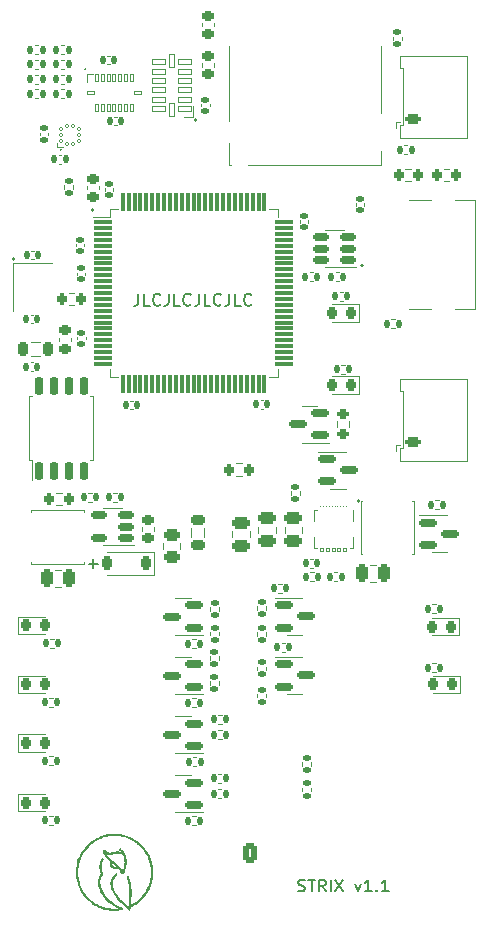
<source format=gbr>
%TF.GenerationSoftware,KiCad,Pcbnew,7.0.2-0*%
%TF.CreationDate,2023-10-14T20:17:31-05:00*%
%TF.ProjectId,Flight Computer,466c6967-6874-4204-936f-6d7075746572,1.1*%
%TF.SameCoordinates,Original*%
%TF.FileFunction,Legend,Top*%
%TF.FilePolarity,Positive*%
%FSLAX46Y46*%
G04 Gerber Fmt 4.6, Leading zero omitted, Abs format (unit mm)*
G04 Created by KiCad (PCBNEW 7.0.2-0) date 2023-10-14 20:17:31*
%MOMM*%
%LPD*%
G01*
G04 APERTURE LIST*
G04 Aperture macros list*
%AMRoundRect*
0 Rectangle with rounded corners*
0 $1 Rounding radius*
0 $2 $3 $4 $5 $6 $7 $8 $9 X,Y pos of 4 corners*
0 Add a 4 corners polygon primitive as box body*
4,1,4,$2,$3,$4,$5,$6,$7,$8,$9,$2,$3,0*
0 Add four circle primitives for the rounded corners*
1,1,$1+$1,$2,$3*
1,1,$1+$1,$4,$5*
1,1,$1+$1,$6,$7*
1,1,$1+$1,$8,$9*
0 Add four rect primitives between the rounded corners*
20,1,$1+$1,$2,$3,$4,$5,0*
20,1,$1+$1,$4,$5,$6,$7,0*
20,1,$1+$1,$6,$7,$8,$9,0*
20,1,$1+$1,$8,$9,$2,$3,0*%
G04 Aperture macros list end*
%ADD10C,0.150000*%
%ADD11C,0.153000*%
%ADD12C,0.200000*%
%ADD13C,0.120000*%
%ADD14C,0.100000*%
%ADD15RoundRect,0.150000X-0.587500X-0.150000X0.587500X-0.150000X0.587500X0.150000X-0.587500X0.150000X0*%
%ADD16RoundRect,0.135000X-0.185000X0.135000X-0.185000X-0.135000X0.185000X-0.135000X0.185000X0.135000X0*%
%ADD17RoundRect,0.218750X-0.218750X-0.256250X0.218750X-0.256250X0.218750X0.256250X-0.218750X0.256250X0*%
%ADD18RoundRect,0.150000X0.587500X0.150000X-0.587500X0.150000X-0.587500X-0.150000X0.587500X-0.150000X0*%
%ADD19RoundRect,0.200000X-0.275000X0.200000X-0.275000X-0.200000X0.275000X-0.200000X0.275000X0.200000X0*%
%ADD20RoundRect,0.218750X0.218750X0.256250X-0.218750X0.256250X-0.218750X-0.256250X0.218750X-0.256250X0*%
%ADD21RoundRect,0.135000X0.185000X-0.135000X0.185000X0.135000X-0.185000X0.135000X-0.185000X-0.135000X0*%
%ADD22RoundRect,0.135000X-0.135000X-0.185000X0.135000X-0.185000X0.135000X0.185000X-0.135000X0.185000X0*%
%ADD23RoundRect,0.200000X0.200000X0.275000X-0.200000X0.275000X-0.200000X-0.275000X0.200000X-0.275000X0*%
%ADD24RoundRect,0.140000X0.140000X0.170000X-0.140000X0.170000X-0.140000X-0.170000X0.140000X-0.170000X0*%
%ADD25RoundRect,0.225000X-0.250000X0.225000X-0.250000X-0.225000X0.250000X-0.225000X0.250000X0.225000X0*%
%ADD26RoundRect,0.140000X-0.140000X-0.170000X0.140000X-0.170000X0.140000X0.170000X-0.140000X0.170000X0*%
%ADD27RoundRect,0.218750X-0.381250X0.218750X-0.381250X-0.218750X0.381250X-0.218750X0.381250X0.218750X0*%
%ADD28RoundRect,0.140000X-0.170000X0.140000X-0.170000X-0.140000X0.170000X-0.140000X0.170000X0.140000X0*%
%ADD29RoundRect,0.218750X0.218750X0.381250X-0.218750X0.381250X-0.218750X-0.381250X0.218750X-0.381250X0*%
%ADD30RoundRect,0.200000X0.450000X-0.200000X0.450000X0.200000X-0.450000X0.200000X-0.450000X-0.200000X0*%
%ADD31O,1.300000X0.800000*%
%ADD32RoundRect,0.140000X0.170000X-0.140000X0.170000X0.140000X-0.170000X0.140000X-0.170000X-0.140000X0*%
%ADD33RoundRect,0.135000X0.135000X0.185000X-0.135000X0.185000X-0.135000X-0.185000X0.135000X-0.185000X0*%
%ADD34RoundRect,0.075000X-0.725000X-0.075000X0.725000X-0.075000X0.725000X0.075000X-0.725000X0.075000X0*%
%ADD35RoundRect,0.075000X-0.075000X-0.725000X0.075000X-0.725000X0.075000X0.725000X-0.075000X0.725000X0*%
%ADD36RoundRect,0.225000X0.250000X-0.225000X0.250000X0.225000X-0.250000X0.225000X-0.250000X-0.225000X0*%
%ADD37RoundRect,0.200000X-0.200000X-0.275000X0.200000X-0.275000X0.200000X0.275000X-0.200000X0.275000X0*%
%ADD38C,0.650000*%
%ADD39R,1.240000X0.600000*%
%ADD40R,1.240000X0.300000*%
%ADD41O,2.100000X1.000000*%
%ADD42O,1.800000X1.000000*%
%ADD43RoundRect,0.150000X0.512500X0.150000X-0.512500X0.150000X-0.512500X-0.150000X0.512500X-0.150000X0*%
%ADD44R,0.700000X1.750000*%
%ADD45R,1.450000X1.000000*%
%ADD46R,1.000000X1.550000*%
%ADD47R,0.800000X1.500000*%
%ADD48R,1.300000X1.500000*%
%ADD49R,1.500000X1.500000*%
%ADD50R,0.800000X1.400000*%
%ADD51RoundRect,0.250000X-0.250000X-0.475000X0.250000X-0.475000X0.250000X0.475000X-0.250000X0.475000X0*%
%ADD52R,1.200000X1.400000*%
%ADD53RoundRect,0.250000X-0.475000X0.250000X-0.475000X-0.250000X0.475000X-0.250000X0.475000X0.250000X0*%
%ADD54R,1.100000X3.700000*%
%ADD55R,3.700000X1.100000*%
%ADD56RoundRect,0.012500X0.112500X-0.325000X0.112500X0.325000X-0.112500X0.325000X-0.112500X-0.325000X0*%
%ADD57RoundRect,0.012500X0.325000X-0.112500X0.325000X0.112500X-0.325000X0.112500X-0.325000X-0.112500X0*%
%ADD58RoundRect,0.243750X0.456250X-0.243750X0.456250X0.243750X-0.456250X0.243750X-0.456250X-0.243750X0*%
%ADD59RoundRect,0.070000X-0.140000X0.140000X-0.140000X-0.140000X0.140000X-0.140000X0.140000X0.140000X0*%
%ADD60O,0.420000X0.990000*%
%ADD61C,0.600000*%
%ADD62R,1.050000X0.680000*%
%ADD63R,0.500000X0.260000*%
%ADD64R,0.700000X0.280000*%
%ADD65R,2.400000X1.650000*%
%ADD66RoundRect,0.012500X0.112500X0.125000X-0.112500X0.125000X-0.112500X-0.125000X0.112500X-0.125000X0*%
%ADD67RoundRect,0.012500X0.125000X0.112500X-0.125000X0.112500X-0.125000X-0.112500X0.125000X-0.112500X0*%
%ADD68RoundRect,0.027500X0.545000X0.247500X-0.545000X0.247500X-0.545000X-0.247500X0.545000X-0.247500X0*%
%ADD69RoundRect,0.027500X0.247500X0.545000X-0.247500X0.545000X-0.247500X-0.545000X0.247500X-0.545000X0*%
%ADD70RoundRect,0.150000X0.150000X-0.650000X0.150000X0.650000X-0.150000X0.650000X-0.150000X-0.650000X0*%
%ADD71RoundRect,0.225000X0.225000X0.375000X-0.225000X0.375000X-0.225000X-0.375000X0.225000X-0.375000X0*%
%ADD72RoundRect,0.250000X0.350000X0.625000X-0.350000X0.625000X-0.350000X-0.625000X0.350000X-0.625000X0*%
%ADD73O,1.200000X1.750000*%
%ADD74C,1.600000*%
%ADD75C,1.524000*%
%ADD76R,2.000000X2.000000*%
%ADD77C,2.000000*%
%ADD78R,1.700000X1.700000*%
%ADD79O,1.700000X1.700000*%
G04 APERTURE END LIST*
D10*
X139340000Y-71600000D02*
G75*
G03*
X139340000Y-71600000I-50000J0D01*
G01*
X137286056Y-78430000D02*
G75*
G03*
X137286056Y-78430000I-36056J0D01*
G01*
X148730623Y-75940000D02*
G75*
G03*
X148730623Y-75940000I-80623J0D01*
G01*
X140026158Y-83540000D02*
G75*
G03*
X140026158Y-83540000I-76158J0D01*
G01*
X133312111Y-87670000D02*
G75*
G03*
X133312111Y-87670000I-72111J0D01*
G01*
X162522111Y-108160000D02*
G75*
G03*
X162522111Y-108160000I-72111J0D01*
G01*
X162830623Y-88230000D02*
G75*
G03*
X162830623Y-88230000I-80623J0D01*
G01*
D11*
X139628095Y-113466666D02*
X140390000Y-113466666D01*
X140009047Y-113847619D02*
X140009047Y-113085714D01*
X143823809Y-90627619D02*
X143823809Y-91341904D01*
X143823809Y-91341904D02*
X143776190Y-91484761D01*
X143776190Y-91484761D02*
X143680952Y-91580000D01*
X143680952Y-91580000D02*
X143538095Y-91627619D01*
X143538095Y-91627619D02*
X143442857Y-91627619D01*
X144776190Y-91627619D02*
X144300000Y-91627619D01*
X144300000Y-91627619D02*
X144300000Y-90627619D01*
X145680952Y-91532380D02*
X145633333Y-91580000D01*
X145633333Y-91580000D02*
X145490476Y-91627619D01*
X145490476Y-91627619D02*
X145395238Y-91627619D01*
X145395238Y-91627619D02*
X145252381Y-91580000D01*
X145252381Y-91580000D02*
X145157143Y-91484761D01*
X145157143Y-91484761D02*
X145109524Y-91389523D01*
X145109524Y-91389523D02*
X145061905Y-91199047D01*
X145061905Y-91199047D02*
X145061905Y-91056190D01*
X145061905Y-91056190D02*
X145109524Y-90865714D01*
X145109524Y-90865714D02*
X145157143Y-90770476D01*
X145157143Y-90770476D02*
X145252381Y-90675238D01*
X145252381Y-90675238D02*
X145395238Y-90627619D01*
X145395238Y-90627619D02*
X145490476Y-90627619D01*
X145490476Y-90627619D02*
X145633333Y-90675238D01*
X145633333Y-90675238D02*
X145680952Y-90722857D01*
X146395238Y-90627619D02*
X146395238Y-91341904D01*
X146395238Y-91341904D02*
X146347619Y-91484761D01*
X146347619Y-91484761D02*
X146252381Y-91580000D01*
X146252381Y-91580000D02*
X146109524Y-91627619D01*
X146109524Y-91627619D02*
X146014286Y-91627619D01*
X147347619Y-91627619D02*
X146871429Y-91627619D01*
X146871429Y-91627619D02*
X146871429Y-90627619D01*
X148252381Y-91532380D02*
X148204762Y-91580000D01*
X148204762Y-91580000D02*
X148061905Y-91627619D01*
X148061905Y-91627619D02*
X147966667Y-91627619D01*
X147966667Y-91627619D02*
X147823810Y-91580000D01*
X147823810Y-91580000D02*
X147728572Y-91484761D01*
X147728572Y-91484761D02*
X147680953Y-91389523D01*
X147680953Y-91389523D02*
X147633334Y-91199047D01*
X147633334Y-91199047D02*
X147633334Y-91056190D01*
X147633334Y-91056190D02*
X147680953Y-90865714D01*
X147680953Y-90865714D02*
X147728572Y-90770476D01*
X147728572Y-90770476D02*
X147823810Y-90675238D01*
X147823810Y-90675238D02*
X147966667Y-90627619D01*
X147966667Y-90627619D02*
X148061905Y-90627619D01*
X148061905Y-90627619D02*
X148204762Y-90675238D01*
X148204762Y-90675238D02*
X148252381Y-90722857D01*
X148966667Y-90627619D02*
X148966667Y-91341904D01*
X148966667Y-91341904D02*
X148919048Y-91484761D01*
X148919048Y-91484761D02*
X148823810Y-91580000D01*
X148823810Y-91580000D02*
X148680953Y-91627619D01*
X148680953Y-91627619D02*
X148585715Y-91627619D01*
X149919048Y-91627619D02*
X149442858Y-91627619D01*
X149442858Y-91627619D02*
X149442858Y-90627619D01*
X150823810Y-91532380D02*
X150776191Y-91580000D01*
X150776191Y-91580000D02*
X150633334Y-91627619D01*
X150633334Y-91627619D02*
X150538096Y-91627619D01*
X150538096Y-91627619D02*
X150395239Y-91580000D01*
X150395239Y-91580000D02*
X150300001Y-91484761D01*
X150300001Y-91484761D02*
X150252382Y-91389523D01*
X150252382Y-91389523D02*
X150204763Y-91199047D01*
X150204763Y-91199047D02*
X150204763Y-91056190D01*
X150204763Y-91056190D02*
X150252382Y-90865714D01*
X150252382Y-90865714D02*
X150300001Y-90770476D01*
X150300001Y-90770476D02*
X150395239Y-90675238D01*
X150395239Y-90675238D02*
X150538096Y-90627619D01*
X150538096Y-90627619D02*
X150633334Y-90627619D01*
X150633334Y-90627619D02*
X150776191Y-90675238D01*
X150776191Y-90675238D02*
X150823810Y-90722857D01*
X151538096Y-90627619D02*
X151538096Y-91341904D01*
X151538096Y-91341904D02*
X151490477Y-91484761D01*
X151490477Y-91484761D02*
X151395239Y-91580000D01*
X151395239Y-91580000D02*
X151252382Y-91627619D01*
X151252382Y-91627619D02*
X151157144Y-91627619D01*
X152490477Y-91627619D02*
X152014287Y-91627619D01*
X152014287Y-91627619D02*
X152014287Y-90627619D01*
X153395239Y-91532380D02*
X153347620Y-91580000D01*
X153347620Y-91580000D02*
X153204763Y-91627619D01*
X153204763Y-91627619D02*
X153109525Y-91627619D01*
X153109525Y-91627619D02*
X152966668Y-91580000D01*
X152966668Y-91580000D02*
X152871430Y-91484761D01*
X152871430Y-91484761D02*
X152823811Y-91389523D01*
X152823811Y-91389523D02*
X152776192Y-91199047D01*
X152776192Y-91199047D02*
X152776192Y-91056190D01*
X152776192Y-91056190D02*
X152823811Y-90865714D01*
X152823811Y-90865714D02*
X152871430Y-90770476D01*
X152871430Y-90770476D02*
X152966668Y-90675238D01*
X152966668Y-90675238D02*
X153109525Y-90627619D01*
X153109525Y-90627619D02*
X153204763Y-90627619D01*
X153204763Y-90627619D02*
X153347620Y-90675238D01*
X153347620Y-90675238D02*
X153395239Y-90722857D01*
D12*
X157340476Y-141180000D02*
X157483333Y-141227619D01*
X157483333Y-141227619D02*
X157721428Y-141227619D01*
X157721428Y-141227619D02*
X157816666Y-141180000D01*
X157816666Y-141180000D02*
X157864285Y-141132380D01*
X157864285Y-141132380D02*
X157911904Y-141037142D01*
X157911904Y-141037142D02*
X157911904Y-140941904D01*
X157911904Y-140941904D02*
X157864285Y-140846666D01*
X157864285Y-140846666D02*
X157816666Y-140799047D01*
X157816666Y-140799047D02*
X157721428Y-140751428D01*
X157721428Y-140751428D02*
X157530952Y-140703809D01*
X157530952Y-140703809D02*
X157435714Y-140656190D01*
X157435714Y-140656190D02*
X157388095Y-140608571D01*
X157388095Y-140608571D02*
X157340476Y-140513333D01*
X157340476Y-140513333D02*
X157340476Y-140418095D01*
X157340476Y-140418095D02*
X157388095Y-140322857D01*
X157388095Y-140322857D02*
X157435714Y-140275238D01*
X157435714Y-140275238D02*
X157530952Y-140227619D01*
X157530952Y-140227619D02*
X157769047Y-140227619D01*
X157769047Y-140227619D02*
X157911904Y-140275238D01*
X158197619Y-140227619D02*
X158769047Y-140227619D01*
X158483333Y-141227619D02*
X158483333Y-140227619D01*
X159673809Y-141227619D02*
X159340476Y-140751428D01*
X159102381Y-141227619D02*
X159102381Y-140227619D01*
X159102381Y-140227619D02*
X159483333Y-140227619D01*
X159483333Y-140227619D02*
X159578571Y-140275238D01*
X159578571Y-140275238D02*
X159626190Y-140322857D01*
X159626190Y-140322857D02*
X159673809Y-140418095D01*
X159673809Y-140418095D02*
X159673809Y-140560952D01*
X159673809Y-140560952D02*
X159626190Y-140656190D01*
X159626190Y-140656190D02*
X159578571Y-140703809D01*
X159578571Y-140703809D02*
X159483333Y-140751428D01*
X159483333Y-140751428D02*
X159102381Y-140751428D01*
X160102381Y-141227619D02*
X160102381Y-140227619D01*
X160483333Y-140227619D02*
X161149999Y-141227619D01*
X161149999Y-140227619D02*
X160483333Y-141227619D01*
X162197619Y-140560952D02*
X162435714Y-141227619D01*
X162435714Y-141227619D02*
X162673809Y-140560952D01*
X163578571Y-141227619D02*
X163007143Y-141227619D01*
X163292857Y-141227619D02*
X163292857Y-140227619D01*
X163292857Y-140227619D02*
X163197619Y-140370476D01*
X163197619Y-140370476D02*
X163102381Y-140465714D01*
X163102381Y-140465714D02*
X163007143Y-140513333D01*
X164007143Y-141132380D02*
X164054762Y-141180000D01*
X164054762Y-141180000D02*
X164007143Y-141227619D01*
X164007143Y-141227619D02*
X163959524Y-141180000D01*
X163959524Y-141180000D02*
X164007143Y-141132380D01*
X164007143Y-141132380D02*
X164007143Y-141227619D01*
X165007142Y-141227619D02*
X164435714Y-141227619D01*
X164721428Y-141227619D02*
X164721428Y-140227619D01*
X164721428Y-140227619D02*
X164626190Y-140370476D01*
X164626190Y-140370476D02*
X164530952Y-140465714D01*
X164530952Y-140465714D02*
X164435714Y-140513333D01*
D13*
%TO.C,Q9*%
X169300000Y-109387500D02*
X167625000Y-109387500D01*
X169300000Y-109387500D02*
X169950000Y-109387500D01*
X169300000Y-112507500D02*
X168650000Y-112507500D01*
X169300000Y-112507500D02*
X169950000Y-112507500D01*
%TO.C,R3*%
X138330000Y-81446359D02*
X138330000Y-81753641D01*
X137570000Y-81446359D02*
X137570000Y-81753641D01*
%TO.C,D8*%
X133615000Y-122965000D02*
X133615000Y-124435000D01*
X133615000Y-124435000D02*
X135900000Y-124435000D01*
X135900000Y-122965000D02*
X133615000Y-122965000D01*
%TO.C,Q2*%
X147600000Y-134522500D02*
X149275000Y-134522500D01*
X147600000Y-134522500D02*
X146950000Y-134522500D01*
X147600000Y-131402500D02*
X148250000Y-131402500D01*
X147600000Y-131402500D02*
X146950000Y-131402500D01*
%TO.C,R18*%
X161672500Y-101425242D02*
X161672500Y-101899758D01*
X160627500Y-101425242D02*
X160627500Y-101899758D01*
%TO.C,R14*%
X154630000Y-124496359D02*
X154630000Y-124803641D01*
X153870000Y-124496359D02*
X153870000Y-124803641D01*
%TO.C,Q1*%
X158300000Y-103222500D02*
X159975000Y-103222500D01*
X158300000Y-103222500D02*
X157650000Y-103222500D01*
X158300000Y-100102500D02*
X158950000Y-100102500D01*
X158300000Y-100102500D02*
X157650000Y-100102500D01*
%TO.C,D2*%
X162485000Y-99097500D02*
X162485000Y-97627500D01*
X162485000Y-97627500D02*
X160200000Y-97627500D01*
X160200000Y-99097500D02*
X162485000Y-99097500D01*
%TO.C,R13*%
X154630000Y-122196359D02*
X154630000Y-122503641D01*
X153870000Y-122196359D02*
X153870000Y-122503641D01*
%TO.C,R9*%
X149890000Y-123723641D02*
X149890000Y-123416359D01*
X150650000Y-123723641D02*
X150650000Y-123416359D01*
%TO.C,R19*%
X165246359Y-92782500D02*
X165553641Y-92782500D01*
X165246359Y-93542500D02*
X165553641Y-93542500D01*
%TO.C,R2*%
X138387258Y-91610000D02*
X137912742Y-91610000D01*
X138387258Y-90565000D02*
X137912742Y-90565000D01*
%TO.C,C10*%
X134907836Y-93122500D02*
X134692164Y-93122500D01*
X134907836Y-92402500D02*
X134692164Y-92402500D01*
%TO.C,R22*%
X160376359Y-114220000D02*
X160683641Y-114220000D01*
X160376359Y-114980000D02*
X160683641Y-114980000D01*
%TO.C,C1*%
X150210000Y-71109420D02*
X150210000Y-71390580D01*
X149190000Y-71109420D02*
X149190000Y-71390580D01*
%TO.C,R23*%
X156720000Y-107666141D02*
X156720000Y-107358859D01*
X157480000Y-107666141D02*
X157480000Y-107358859D01*
%TO.C,C8*%
X141192164Y-70490000D02*
X141407836Y-70490000D01*
X141192164Y-71210000D02*
X141407836Y-71210000D01*
%TO.C,C15*%
X143357836Y-100410000D02*
X143142164Y-100410000D01*
X143357836Y-99690000D02*
X143142164Y-99690000D01*
%TO.C,R15*%
X150660000Y-117146359D02*
X150660000Y-117453641D01*
X149900000Y-117146359D02*
X149900000Y-117453641D01*
%TO.C,R35*%
X157680000Y-130601141D02*
X157680000Y-130293859D01*
X158440000Y-130601141D02*
X158440000Y-130293859D01*
%TO.C,FB2*%
X149404000Y-110420378D02*
X149404000Y-111219622D01*
X148284000Y-110420378D02*
X148284000Y-111219622D01*
%TO.C,D4*%
X170985000Y-119535000D02*
X170985000Y-118065000D01*
X170985000Y-118065000D02*
X168700000Y-118065000D01*
X168700000Y-119535000D02*
X170985000Y-119535000D01*
%TO.C,R21*%
X166912258Y-81072500D02*
X166437742Y-81072500D01*
X166912258Y-80027500D02*
X166437742Y-80027500D01*
%TO.C,R53*%
X137246359Y-70820000D02*
X137553641Y-70820000D01*
X137246359Y-71580000D02*
X137553641Y-71580000D01*
%TO.C,C25*%
X162940000Y-82952164D02*
X162940000Y-83167836D01*
X162220000Y-82952164D02*
X162220000Y-83167836D01*
%TO.C,FB1*%
X135499622Y-95872500D02*
X134700378Y-95872500D01*
X135499622Y-94752500D02*
X134700378Y-94752500D01*
%TO.C,J8*%
X165940000Y-104785000D02*
X171660000Y-104785000D01*
X171660000Y-104785000D02*
X171660000Y-101300000D01*
X165940000Y-103715000D02*
X165940000Y-104785000D01*
X166240000Y-103715000D02*
X165940000Y-103715000D01*
X165650000Y-103425000D02*
X165650000Y-103925000D01*
X165950000Y-103425000D02*
X165650000Y-103425000D01*
X166240000Y-101300000D02*
X166240000Y-103715000D01*
X166240000Y-101300000D02*
X166240000Y-98885000D01*
X165940000Y-98885000D02*
X165940000Y-97815000D01*
X166240000Y-98885000D02*
X165940000Y-98885000D01*
X165940000Y-97815000D02*
X171660000Y-97815000D01*
X171660000Y-97815000D02*
X171660000Y-101300000D01*
%TO.C,C16*%
X138640000Y-94495336D02*
X138640000Y-94279664D01*
X139360000Y-94495336D02*
X139360000Y-94279664D01*
%TO.C,C18*%
X158607836Y-113810000D02*
X158392164Y-113810000D01*
X158607836Y-113090000D02*
X158392164Y-113090000D01*
%TO.C,R37*%
X168696359Y-116920000D02*
X169003641Y-116920000D01*
X168696359Y-117680000D02*
X169003641Y-117680000D01*
%TO.C,C3*%
X137307836Y-79610000D02*
X137092164Y-79610000D01*
X137307836Y-78890000D02*
X137092164Y-78890000D01*
%TO.C,R46*%
X158623641Y-89560000D02*
X158316359Y-89560000D01*
X158623641Y-88800000D02*
X158316359Y-88800000D01*
%TO.C,G\u002A\u002A\u002A*%
G36*
X142290498Y-137562166D02*
G01*
X142318261Y-137582504D01*
X142354308Y-137612553D01*
X142395083Y-137649149D01*
X142437031Y-137689127D01*
X142476595Y-137729325D01*
X142501913Y-137756972D01*
X142608329Y-137893753D01*
X142694844Y-138039760D01*
X142761608Y-138195405D01*
X142808767Y-138361101D01*
X142836470Y-138537258D01*
X142844901Y-138712134D01*
X142837229Y-138892980D01*
X142813708Y-139072259D01*
X142773582Y-139253510D01*
X142716096Y-139440271D01*
X142655194Y-139600694D01*
X142628062Y-139666246D01*
X142607140Y-139713956D01*
X142590528Y-139746680D01*
X142576325Y-139767278D01*
X142562631Y-139778606D01*
X142547546Y-139783521D01*
X142532778Y-139784773D01*
X142496677Y-139784020D01*
X142454747Y-139780452D01*
X142445062Y-139779215D01*
X142395376Y-139772297D01*
X142358748Y-139683369D01*
X142297713Y-139547573D01*
X142233683Y-139428766D01*
X142167887Y-139329143D01*
X142142147Y-139296128D01*
X142116253Y-139264598D01*
X142044275Y-139289072D01*
X141978996Y-139305178D01*
X141906306Y-139313325D01*
X141834777Y-139313152D01*
X141772984Y-139304297D01*
X141761094Y-139301008D01*
X141660556Y-139259724D01*
X141574800Y-139203785D01*
X141505003Y-139135007D01*
X141452342Y-139055206D01*
X141417996Y-138966196D01*
X141403141Y-138869794D01*
X141403340Y-138866295D01*
X141590551Y-138866295D01*
X141591622Y-138875886D01*
X141611935Y-138948183D01*
X141650328Y-139011582D01*
X141703477Y-139063193D01*
X141768057Y-139100126D01*
X141840744Y-139119490D01*
X141874377Y-139121700D01*
X141911397Y-139120392D01*
X141938684Y-139116676D01*
X141949270Y-139112184D01*
X141944742Y-139099792D01*
X141925513Y-139077108D01*
X141894668Y-139047177D01*
X141855293Y-139013047D01*
X141822111Y-138986597D01*
X141795132Y-138965794D01*
X141757474Y-138936675D01*
X141716014Y-138904559D01*
X141703547Y-138894890D01*
X141656015Y-138859652D01*
X141622749Y-138839478D01*
X141601948Y-138834065D01*
X141591815Y-138843105D01*
X141590551Y-138866295D01*
X141403340Y-138866295D01*
X141408954Y-138767815D01*
X141410261Y-138759965D01*
X141423169Y-138685839D01*
X141296304Y-138562110D01*
X141218081Y-138483853D01*
X141153130Y-138413841D01*
X141097141Y-138346717D01*
X141045799Y-138277123D01*
X140994792Y-138199704D01*
X140963220Y-138148371D01*
X140933596Y-138096683D01*
X140909934Y-138052059D01*
X141136005Y-138052059D01*
X141148838Y-138081106D01*
X141173214Y-138121005D01*
X141207188Y-138169181D01*
X141248815Y-138223060D01*
X141296149Y-138280066D01*
X141347243Y-138337627D01*
X141400153Y-138393166D01*
X141424387Y-138417154D01*
X141459569Y-138450770D01*
X141494612Y-138483015D01*
X141531824Y-138515774D01*
X141573516Y-138550933D01*
X141621997Y-138590377D01*
X141679576Y-138635992D01*
X141748562Y-138689663D01*
X141831265Y-138753277D01*
X141906460Y-138810765D01*
X142047644Y-138925254D01*
X142168911Y-139038482D01*
X142272303Y-139152684D01*
X142359857Y-139270098D01*
X142427977Y-139382516D01*
X142455367Y-139429535D01*
X142476854Y-139459648D01*
X142491247Y-139471249D01*
X142493575Y-139471078D01*
X142502440Y-139458873D01*
X142515843Y-139429791D01*
X142531934Y-139388248D01*
X142548094Y-139341039D01*
X142569709Y-139272127D01*
X142587776Y-139209373D01*
X142604232Y-139145348D01*
X142621010Y-139072619D01*
X142635518Y-139005295D01*
X142642297Y-138958385D01*
X142647062Y-138894916D01*
X142649853Y-138819964D01*
X142650714Y-138738601D01*
X142649685Y-138655903D01*
X142646809Y-138576945D01*
X142642127Y-138506801D01*
X142635682Y-138450546D01*
X142630724Y-138424476D01*
X142606876Y-138335260D01*
X142581770Y-138258171D01*
X142556453Y-138195869D01*
X142531973Y-138151016D01*
X142515064Y-138130669D01*
X142487230Y-138113888D01*
X142441920Y-138095865D01*
X142383728Y-138078015D01*
X142317249Y-138061756D01*
X142250197Y-138049008D01*
X142087770Y-138033497D01*
X141917114Y-138038479D01*
X141738125Y-138063962D01*
X141550704Y-138109957D01*
X141524379Y-138117852D01*
X141473952Y-138131922D01*
X141432599Y-138138773D01*
X141394593Y-138137628D01*
X141354209Y-138127709D01*
X141305720Y-138108237D01*
X141246829Y-138080130D01*
X141203471Y-138059678D01*
X141167652Y-138044607D01*
X141143851Y-138036694D01*
X141136662Y-138036438D01*
X141136005Y-138052059D01*
X140909934Y-138052059D01*
X140902533Y-138038101D01*
X140871879Y-137976624D01*
X140843479Y-137916248D01*
X140819180Y-137860974D01*
X140800829Y-137814799D01*
X140790272Y-137781721D01*
X140788446Y-137769920D01*
X140797092Y-137757414D01*
X140819288Y-137737647D01*
X140849423Y-137714627D01*
X140881885Y-137692366D01*
X140911062Y-137674874D01*
X140931343Y-137666161D01*
X140934113Y-137665820D01*
X140949554Y-137672077D01*
X140976291Y-137688370D01*
X141004198Y-137708012D01*
X141060807Y-137747887D01*
X141129056Y-137792408D01*
X141201746Y-137837152D01*
X141271675Y-137877699D01*
X141331644Y-137909625D01*
X141335827Y-137911690D01*
X141410780Y-137948412D01*
X141485893Y-137927656D01*
X141602363Y-137898953D01*
X141722528Y-137875701D01*
X141842371Y-137858281D01*
X141957873Y-137847072D01*
X142065015Y-137842453D01*
X142159779Y-137844803D01*
X142238148Y-137854503D01*
X142245164Y-137855943D01*
X142287068Y-137862503D01*
X142309307Y-137859517D01*
X142312142Y-137846326D01*
X142295828Y-137822271D01*
X142269137Y-137794738D01*
X142237325Y-137765154D01*
X142208490Y-137739876D01*
X142190741Y-137725773D01*
X142172625Y-137707511D01*
X142166827Y-137693055D01*
X142173412Y-137675794D01*
X142190271Y-137648786D01*
X142213062Y-137617607D01*
X142237439Y-137587835D01*
X142259061Y-137565048D01*
X142273583Y-137554821D01*
X142274575Y-137554703D01*
X142290498Y-137562166D01*
G37*
G36*
X142079932Y-136342890D02*
G01*
X142344763Y-136375439D01*
X142604570Y-136429159D01*
X142858315Y-136503618D01*
X143104958Y-136598382D01*
X143343460Y-136713019D01*
X143572782Y-136847097D01*
X143791886Y-137000184D01*
X143999732Y-137171845D01*
X144134217Y-137299076D01*
X144193419Y-137359556D01*
X144247632Y-137418192D01*
X144301828Y-137480634D01*
X144360975Y-137552530D01*
X144397934Y-137598801D01*
X144538309Y-137792572D01*
X144666088Y-138003341D01*
X144780086Y-138229026D01*
X144850711Y-138393916D01*
X144867172Y-138435034D01*
X144881463Y-138470401D01*
X144890693Y-138492867D01*
X144891155Y-138493960D01*
X144919079Y-138568687D01*
X144947586Y-138661355D01*
X144975692Y-138767730D01*
X145002413Y-138883575D01*
X145026765Y-139004655D01*
X145047765Y-139126736D01*
X145062885Y-139233172D01*
X145068799Y-139294865D01*
X145073391Y-139372725D01*
X145076630Y-139461811D01*
X145078484Y-139557180D01*
X145078923Y-139653891D01*
X145077915Y-139747003D01*
X145075429Y-139831573D01*
X145071435Y-139902660D01*
X145067374Y-139944595D01*
X145049561Y-140070380D01*
X145027814Y-140197514D01*
X145003026Y-140322081D01*
X144976091Y-140440168D01*
X144947903Y-140547858D01*
X144919355Y-140641239D01*
X144891342Y-140716395D01*
X144891019Y-140717155D01*
X144882971Y-140736650D01*
X144868947Y-140771168D01*
X144851224Y-140815091D01*
X144839215Y-140844989D01*
X144809712Y-140914888D01*
X144774780Y-140991823D01*
X144737190Y-141070153D01*
X144699713Y-141144242D01*
X144665118Y-141208453D01*
X144638369Y-141253717D01*
X144618957Y-141285293D01*
X144605515Y-141309005D01*
X144601225Y-141318794D01*
X144595113Y-141330001D01*
X144578445Y-141355625D01*
X144553729Y-141392092D01*
X144523471Y-141435826D01*
X144490175Y-141483255D01*
X144456349Y-141530802D01*
X144424498Y-141574895D01*
X144397128Y-141611957D01*
X144380081Y-141634223D01*
X144334567Y-141690148D01*
X144284037Y-141748362D01*
X144224436Y-141813430D01*
X144167759Y-141873216D01*
X144120130Y-141922568D01*
X144078633Y-141964523D01*
X144039991Y-142001991D01*
X144000928Y-142037882D01*
X143958169Y-142075104D01*
X143908435Y-142116568D01*
X143848452Y-142165184D01*
X143774942Y-142223860D01*
X143755775Y-142239087D01*
X143682573Y-142292927D01*
X143591881Y-142352497D01*
X143487036Y-142415751D01*
X143371375Y-142480641D01*
X143301019Y-142518029D01*
X143172823Y-142584812D01*
X143165414Y-142651421D01*
X143160476Y-142697668D01*
X143154795Y-142753556D01*
X143149872Y-142804179D01*
X143144281Y-142847704D01*
X143137396Y-142877723D01*
X143130199Y-142890090D01*
X143129490Y-142890196D01*
X143115453Y-142883003D01*
X143091306Y-142864438D01*
X143067100Y-142842953D01*
X143035459Y-142813895D01*
X142994080Y-142776804D01*
X142950132Y-142738084D01*
X142933708Y-142723806D01*
X142668041Y-142484294D01*
X142402454Y-142225754D01*
X142384808Y-142207893D01*
X142204401Y-142017477D01*
X142042835Y-141831520D01*
X141900483Y-141650547D01*
X141777716Y-141475078D01*
X141674910Y-141305636D01*
X141592436Y-141142743D01*
X141548611Y-141037189D01*
X141509901Y-140923570D01*
X141483647Y-140818675D01*
X141468244Y-140714010D01*
X141462086Y-140601080D01*
X141461829Y-140578205D01*
X141462087Y-140505798D01*
X141464378Y-140448812D01*
X141469653Y-140400463D01*
X141478862Y-140353966D01*
X141492952Y-140302536D01*
X141506477Y-140259195D01*
X141548382Y-140155469D01*
X141606931Y-140049865D01*
X141678190Y-139948921D01*
X141728968Y-139889436D01*
X141765089Y-139852084D01*
X141806475Y-139812073D01*
X141849651Y-139772433D01*
X141891145Y-139736194D01*
X141927483Y-139706384D01*
X141955190Y-139686034D01*
X141970793Y-139678174D01*
X141971215Y-139678163D01*
X141982754Y-139686962D01*
X142002483Y-139709993D01*
X142026630Y-139742750D01*
X142032975Y-139752020D01*
X142082537Y-139825524D01*
X142044091Y-139858077D01*
X142010418Y-139886396D01*
X141973249Y-139917384D01*
X141962908Y-139925950D01*
X141921211Y-139965773D01*
X141874131Y-140019284D01*
X141826376Y-140080358D01*
X141782650Y-140142874D01*
X141747663Y-140200707D01*
X141739194Y-140216994D01*
X141716534Y-140268876D01*
X141694236Y-140329828D01*
X141676945Y-140387103D01*
X141676248Y-140389826D01*
X141661545Y-140477125D01*
X141656857Y-140577036D01*
X141661628Y-140682612D01*
X141675302Y-140786907D01*
X141697322Y-140882976D01*
X141721152Y-140950590D01*
X141730004Y-140971782D01*
X141744146Y-141006255D01*
X141760567Y-141046666D01*
X141761074Y-141047920D01*
X141802946Y-141138919D01*
X141859018Y-141241471D01*
X141926998Y-141352218D01*
X142004593Y-141467805D01*
X142089513Y-141584874D01*
X142179465Y-141700069D01*
X142272157Y-141810032D01*
X142311341Y-141853836D01*
X142369251Y-141915891D01*
X142440172Y-141989510D01*
X142520680Y-142071282D01*
X142607352Y-142157800D01*
X142696766Y-142245652D01*
X142785499Y-142331430D01*
X142870127Y-142411724D01*
X142891585Y-142431794D01*
X142932909Y-142467009D01*
X142963835Y-142486291D01*
X142983218Y-142489122D01*
X142989894Y-142476258D01*
X142991057Y-142459917D01*
X142993816Y-142426754D01*
X142997719Y-142382087D01*
X143000997Y-142345645D01*
X143010825Y-142236903D01*
X143018921Y-142145322D01*
X143025677Y-142065936D01*
X143031485Y-141993774D01*
X143036737Y-141923869D01*
X143041825Y-141851253D01*
X143047142Y-141770958D01*
X143050569Y-141717593D01*
X143055537Y-141631855D01*
X143059888Y-141541911D01*
X143063377Y-141454080D01*
X143065758Y-141374681D01*
X143066785Y-141310033D01*
X143066807Y-141300744D01*
X143065828Y-141240639D01*
X143063141Y-141168029D01*
X143059070Y-141087693D01*
X143053941Y-141004414D01*
X143048080Y-140922970D01*
X143041813Y-140848143D01*
X143035464Y-140784713D01*
X143029359Y-140737460D01*
X143027826Y-140728271D01*
X143022576Y-140698741D01*
X143015375Y-140657942D01*
X143010153Y-140628227D01*
X143000484Y-140577556D01*
X142987612Y-140516308D01*
X142972910Y-140450410D01*
X142957749Y-140385787D01*
X142943501Y-140328366D01*
X142931539Y-140284074D01*
X142927135Y-140269598D01*
X142913394Y-140229389D01*
X142894891Y-140178091D01*
X142874189Y-140122509D01*
X142853847Y-140069450D01*
X142836426Y-140025719D01*
X142827192Y-140003968D01*
X142818274Y-139972650D01*
X142819760Y-139947185D01*
X142830928Y-139934068D01*
X142835029Y-139933479D01*
X142849822Y-139928965D01*
X142877612Y-139917308D01*
X142902616Y-139905689D01*
X142935997Y-139890542D01*
X142961900Y-139880513D01*
X142972036Y-139878054D01*
X142981655Y-139888233D01*
X142996471Y-139916382D01*
X143015275Y-139959184D01*
X143036859Y-140013320D01*
X143060012Y-140075474D01*
X143083527Y-140142326D01*
X143106194Y-140210558D01*
X143126804Y-140276853D01*
X143144148Y-140337893D01*
X143154260Y-140378118D01*
X143162932Y-140415404D01*
X143170546Y-140448141D01*
X143172357Y-140455930D01*
X143179981Y-140492983D01*
X143189703Y-140546469D01*
X143200615Y-140610791D01*
X143211805Y-140680354D01*
X143222365Y-140749561D01*
X143231385Y-140812818D01*
X143235605Y-140844989D01*
X143240870Y-140902812D01*
X143244911Y-140982119D01*
X143247706Y-141082193D01*
X143249236Y-141202319D01*
X143249511Y-141328533D01*
X143249033Y-141439310D01*
X143247905Y-141536222D01*
X143245888Y-141623965D01*
X143242740Y-141707234D01*
X143238220Y-141790727D01*
X143232087Y-141879138D01*
X143224099Y-141977164D01*
X143214017Y-142089501D01*
X143206137Y-142173347D01*
X143200763Y-142238165D01*
X143198148Y-142289318D01*
X143198367Y-142324022D01*
X143201498Y-142339496D01*
X143201527Y-142339526D01*
X143217543Y-142340857D01*
X143248892Y-142330113D01*
X143293245Y-142308728D01*
X143348275Y-142278132D01*
X143411655Y-142239758D01*
X143481058Y-142195037D01*
X143554157Y-142145401D01*
X143628623Y-142092283D01*
X143702130Y-142037113D01*
X143735603Y-142010946D01*
X143797815Y-141959009D01*
X143868907Y-141895367D01*
X143943986Y-141824758D01*
X144018163Y-141751923D01*
X144086549Y-141681598D01*
X144144251Y-141618523D01*
X144162403Y-141597391D01*
X144324951Y-141387060D01*
X144467359Y-141167404D01*
X144589695Y-140938268D01*
X144692029Y-140699495D01*
X144774429Y-140450931D01*
X144836965Y-140192419D01*
X144869710Y-140000175D01*
X144878276Y-139919229D01*
X144883846Y-139822007D01*
X144886540Y-139713142D01*
X144886479Y-139597271D01*
X144883783Y-139479029D01*
X144878572Y-139363053D01*
X144870966Y-139253978D01*
X144861086Y-139156439D01*
X144849052Y-139075074D01*
X144845208Y-139055317D01*
X144807196Y-138885449D01*
X144766780Y-138732224D01*
X144721911Y-138590053D01*
X144670540Y-138453352D01*
X144610617Y-138316531D01*
X144540093Y-138174005D01*
X144482303Y-138065995D01*
X144455322Y-138020245D01*
X144418151Y-137961897D01*
X144374200Y-137895937D01*
X144326883Y-137827353D01*
X144279611Y-137761130D01*
X144235795Y-137702256D01*
X144216094Y-137676936D01*
X144165685Y-137617093D01*
X144102313Y-137547500D01*
X144030274Y-137472429D01*
X143953861Y-137396148D01*
X143877367Y-137322926D01*
X143805087Y-137257034D01*
X143741313Y-137202741D01*
X143730540Y-137194111D01*
X143688752Y-137161948D01*
X143639971Y-137125839D01*
X143587541Y-137088092D01*
X143534802Y-137051018D01*
X143485099Y-137016925D01*
X143441773Y-136988123D01*
X143408168Y-136966922D01*
X143387624Y-136955631D01*
X143383599Y-136954398D01*
X143370349Y-136948586D01*
X143348165Y-136934505D01*
X143346836Y-136933571D01*
X143322508Y-136918647D01*
X143282999Y-136896863D01*
X143233271Y-136870768D01*
X143178288Y-136842908D01*
X143123012Y-136815832D01*
X143072405Y-136792086D01*
X143062236Y-136787492D01*
X142869497Y-136709883D01*
X142665497Y-136643839D01*
X142459475Y-136592314D01*
X142439168Y-136588084D01*
X142332276Y-136567378D01*
X142236622Y-136551704D01*
X142146004Y-136540481D01*
X142054216Y-136533129D01*
X141955054Y-136529067D01*
X141842313Y-136527716D01*
X141794442Y-136527793D01*
X141674831Y-136529515D01*
X141569281Y-136534011D01*
X141470897Y-136542009D01*
X141372781Y-136554238D01*
X141268038Y-136571424D01*
X141149770Y-136594297D01*
X141134129Y-136597502D01*
X141022544Y-136624638D01*
X140898490Y-136661955D01*
X140767914Y-136707185D01*
X140636762Y-136758055D01*
X140510982Y-136812296D01*
X140396521Y-136867636D01*
X140325667Y-136906187D01*
X140281712Y-136931559D01*
X140240839Y-136955169D01*
X140209956Y-136973023D01*
X140202939Y-136977085D01*
X140055372Y-137071518D01*
X139905535Y-137184316D01*
X139756710Y-137312318D01*
X139612178Y-137452359D01*
X139475219Y-137601278D01*
X139349114Y-137755912D01*
X139246339Y-137899256D01*
X139158567Y-138039723D01*
X139075566Y-138190486D01*
X138999873Y-138346110D01*
X138934026Y-138501162D01*
X138880560Y-138650210D01*
X138854281Y-138738936D01*
X138840707Y-138789488D01*
X138827151Y-138839955D01*
X138816356Y-138880125D01*
X138815578Y-138883019D01*
X138805252Y-138924430D01*
X138794842Y-138972921D01*
X138783620Y-139032332D01*
X138770855Y-139106502D01*
X138757499Y-139188709D01*
X138750005Y-139251671D01*
X138744308Y-139332165D01*
X138740404Y-139425562D01*
X138738286Y-139527236D01*
X138737951Y-139632557D01*
X138739392Y-139736899D01*
X138742606Y-139835633D01*
X138747586Y-139924133D01*
X138754328Y-139997770D01*
X138758420Y-140027965D01*
X138800215Y-140253347D01*
X138852921Y-140463498D01*
X138918103Y-140663361D01*
X138997327Y-140857877D01*
X139068319Y-141006011D01*
X139118942Y-141099667D01*
X139178339Y-141200164D01*
X139242949Y-141302061D01*
X139309207Y-141399920D01*
X139373552Y-141488303D01*
X139432082Y-141561373D01*
X139581597Y-141727323D01*
X139731487Y-141875220D01*
X139885923Y-142008912D01*
X140049076Y-142132253D01*
X140054792Y-142136286D01*
X140146864Y-142197183D01*
X140253066Y-142260919D01*
X140366410Y-142323693D01*
X140479911Y-142381707D01*
X140586579Y-142431162D01*
X140632823Y-142450552D01*
X140681424Y-142470173D01*
X140725764Y-142488223D01*
X140759502Y-142502116D01*
X140771772Y-142507273D01*
X140801518Y-142518150D01*
X140847921Y-142532916D01*
X140906047Y-142550162D01*
X140970960Y-142568483D01*
X141037727Y-142586469D01*
X141101413Y-142602714D01*
X141133041Y-142610327D01*
X141271690Y-142638404D01*
X141421393Y-142660910D01*
X141575016Y-142677155D01*
X141725425Y-142686450D01*
X141865486Y-142688105D01*
X141919756Y-142686344D01*
X141992328Y-142682234D01*
X142043575Y-142677278D01*
X142074404Y-142670518D01*
X142085724Y-142660999D01*
X142078441Y-142647762D01*
X142053462Y-142629850D01*
X142011695Y-142606307D01*
X142001004Y-142600625D01*
X141780356Y-142474498D01*
X141569900Y-142335045D01*
X141371881Y-142184130D01*
X141188544Y-142023615D01*
X141022133Y-141855365D01*
X140874894Y-141681243D01*
X140843398Y-141639781D01*
X140721354Y-141459131D01*
X140618021Y-141271246D01*
X140534402Y-141078298D01*
X140471500Y-140882461D01*
X140447848Y-140782778D01*
X140437884Y-140718417D01*
X140430941Y-140638944D01*
X140427014Y-140549934D01*
X140426099Y-140456963D01*
X140428190Y-140365604D01*
X140433283Y-140281433D01*
X140441373Y-140210024D01*
X140448379Y-140172472D01*
X140470361Y-140090691D01*
X140498412Y-140005782D01*
X140530295Y-139923334D01*
X140563770Y-139848938D01*
X140596600Y-139788180D01*
X140611295Y-139765750D01*
X140627871Y-139731790D01*
X140632477Y-139697857D01*
X140624026Y-139672348D01*
X140623468Y-139671698D01*
X140614427Y-139653890D01*
X140601939Y-139619073D01*
X140587393Y-139571937D01*
X140572176Y-139517174D01*
X140557675Y-139459474D01*
X140547997Y-139416586D01*
X140538870Y-139357468D01*
X140532507Y-139282770D01*
X140528917Y-139198312D01*
X140528111Y-139109916D01*
X140530100Y-139023404D01*
X140534893Y-138944597D01*
X140542501Y-138879316D01*
X140546994Y-138855229D01*
X140586127Y-138710173D01*
X140635384Y-138584817D01*
X140694813Y-138479040D01*
X140709659Y-138457833D01*
X140731220Y-138431152D01*
X140749091Y-138414023D01*
X140756046Y-138410590D01*
X140769594Y-138417453D01*
X140794694Y-138435626D01*
X140826425Y-138461491D01*
X140833404Y-138467504D01*
X140898839Y-138524417D01*
X140865184Y-138573333D01*
X140803178Y-138682307D01*
X140757043Y-138804166D01*
X140726907Y-138936095D01*
X140712898Y-139075282D01*
X140715143Y-139218913D01*
X140733770Y-139364175D01*
X140768906Y-139508255D01*
X140816786Y-139639363D01*
X140834046Y-139680572D01*
X140847277Y-139714041D01*
X140854436Y-139734521D01*
X140855142Y-139737917D01*
X140849086Y-139751283D01*
X140833446Y-139776229D01*
X140817872Y-139798598D01*
X140739029Y-139926286D01*
X140678615Y-140064977D01*
X140636918Y-140212817D01*
X140614228Y-140367958D01*
X140610833Y-140528548D01*
X140627022Y-140692735D01*
X140656429Y-140833873D01*
X140714012Y-141013388D01*
X140792811Y-141191390D01*
X140891811Y-141366689D01*
X141010000Y-141538096D01*
X141146362Y-141704421D01*
X141299885Y-141864475D01*
X141469554Y-142017067D01*
X141654355Y-142161008D01*
X141853275Y-142295108D01*
X141953202Y-142355473D01*
X141985280Y-142373448D01*
X142029061Y-142396996D01*
X142080966Y-142424297D01*
X142137419Y-142453533D01*
X142194843Y-142482883D01*
X142249660Y-142510529D01*
X142298293Y-142534651D01*
X142337165Y-142553430D01*
X142362698Y-142565046D01*
X142371009Y-142567965D01*
X142383737Y-142572247D01*
X142410366Y-142583373D01*
X142438839Y-142596080D01*
X142468503Y-142610423D01*
X142487482Y-142624122D01*
X142497384Y-142641952D01*
X142499818Y-142668693D01*
X142496394Y-142709121D01*
X142490995Y-142750952D01*
X142488093Y-142772745D01*
X142483987Y-142788833D01*
X142475512Y-142800653D01*
X142459507Y-142809642D01*
X142432808Y-142817237D01*
X142392252Y-142824875D01*
X142334676Y-142833993D01*
X142294661Y-142840151D01*
X142044144Y-142868023D01*
X141788456Y-142875594D01*
X141530677Y-142863203D01*
X141273890Y-142831194D01*
X141021175Y-142779907D01*
X140775615Y-142709685D01*
X140623791Y-142655023D01*
X140573473Y-142634089D01*
X140510103Y-142605835D01*
X140438725Y-142572698D01*
X140364388Y-142537116D01*
X140292136Y-142501526D01*
X140227017Y-142468365D01*
X140174077Y-142440070D01*
X140149278Y-142425857D01*
X140013454Y-142340887D01*
X139890005Y-142255467D01*
X139773381Y-142165238D01*
X139658035Y-142065840D01*
X139538418Y-141952912D01*
X139503526Y-141918396D01*
X139318608Y-141719204D01*
X139153486Y-141510312D01*
X139007837Y-141291131D01*
X138881340Y-141061074D01*
X138773672Y-140819552D01*
X138684511Y-140565976D01*
X138613534Y-140299758D01*
X138611147Y-140289190D01*
X138589286Y-140180122D01*
X138572388Y-140068206D01*
X138559919Y-139948461D01*
X138551344Y-139815906D01*
X138546704Y-139688927D01*
X138544616Y-139558604D01*
X138545980Y-139444048D01*
X138551198Y-139339003D01*
X138560673Y-139237213D01*
X138574807Y-139132424D01*
X138587448Y-139055317D01*
X138600568Y-138980724D01*
X138611526Y-138921836D01*
X138621736Y-138872416D01*
X138632614Y-138826226D01*
X138645572Y-138777029D01*
X138662027Y-138718587D01*
X138670440Y-138689374D01*
X138754050Y-138439738D01*
X138858063Y-138197491D01*
X138981446Y-137964134D01*
X139123164Y-137741169D01*
X139282183Y-137530096D01*
X139457468Y-137332416D01*
X139647985Y-137149631D01*
X139838980Y-136993531D01*
X139933516Y-136925710D01*
X140039073Y-136855961D01*
X140150402Y-136787377D01*
X140262255Y-136723050D01*
X140369382Y-136666073D01*
X140466534Y-136619539D01*
X140493873Y-136607689D01*
X140633853Y-136551268D01*
X140765378Y-136503849D01*
X140896636Y-136462822D01*
X141035815Y-136425579D01*
X141149715Y-136398696D01*
X141240487Y-136381161D01*
X141347144Y-136365339D01*
X141463365Y-136351870D01*
X141582831Y-136341390D01*
X141699220Y-136334537D01*
X141806212Y-136331950D01*
X141811116Y-136331944D01*
X142079932Y-136342890D01*
G37*
%TO.C,R17*%
X161163641Y-91210000D02*
X160856359Y-91210000D01*
X161163641Y-90450000D02*
X160856359Y-90450000D01*
%TO.C,U1*%
X141390000Y-83452500D02*
X141390000Y-84152500D01*
X141390000Y-84152500D02*
X140025000Y-84152500D01*
X141390000Y-97672500D02*
X141390000Y-96972500D01*
X142090000Y-83452500D02*
X141390000Y-83452500D01*
X142090000Y-97672500D02*
X141390000Y-97672500D01*
X154910000Y-83452500D02*
X155610000Y-83452500D01*
X154910000Y-97672500D02*
X155610000Y-97672500D01*
X155610000Y-83452500D02*
X155610000Y-84152500D01*
X155610000Y-97672500D02*
X155610000Y-96972500D01*
%TO.C,D5*%
X171035000Y-124435000D02*
X171035000Y-122965000D01*
X171035000Y-122965000D02*
X168750000Y-122965000D01*
X168750000Y-124435000D02*
X171035000Y-124435000D01*
%TO.C,C7*%
X139490000Y-81790580D02*
X139490000Y-81509420D01*
X140510000Y-81790580D02*
X140510000Y-81509420D01*
%TO.C,R39*%
X136653641Y-120580000D02*
X136346359Y-120580000D01*
X136653641Y-119820000D02*
X136346359Y-119820000D01*
%TO.C,C29*%
X134907836Y-97160000D02*
X134692164Y-97160000D01*
X134907836Y-96440000D02*
X134692164Y-96440000D01*
%TO.C,R27*%
X166603641Y-78792500D02*
X166296359Y-78792500D01*
X166603641Y-78032500D02*
X166296359Y-78032500D01*
%TO.C,R38*%
X168696359Y-121920000D02*
X169003641Y-121920000D01*
X168696359Y-122680000D02*
X169003641Y-122680000D01*
%TO.C,R33*%
X148396359Y-124882500D02*
X148703641Y-124882500D01*
X148396359Y-125642500D02*
X148703641Y-125642500D01*
%TO.C,R44*%
X139596359Y-107470000D02*
X139903641Y-107470000D01*
X139596359Y-108230000D02*
X139903641Y-108230000D01*
%TO.C,R1*%
X168946359Y-108120000D02*
X169253641Y-108120000D01*
X168946359Y-108880000D02*
X169253641Y-108880000D01*
%TO.C,R40*%
X136603641Y-130530000D02*
X136296359Y-130530000D01*
X136603641Y-129770000D02*
X136296359Y-129770000D01*
%TO.C,R42*%
X136862742Y-107477500D02*
X137337258Y-107477500D01*
X136862742Y-108522500D02*
X137337258Y-108522500D01*
%TO.C,J7*%
X166715000Y-91882500D02*
X168635000Y-91882500D01*
X172350000Y-91882500D02*
X170645000Y-91882500D01*
X168635000Y-82722500D02*
X166715000Y-82722500D01*
X170645000Y-82722500D02*
X172350000Y-82722500D01*
X172350000Y-82722500D02*
X172350000Y-91882500D01*
%TO.C,R30*%
X155953641Y-115930000D02*
X155646359Y-115930000D01*
X155953641Y-115170000D02*
X155646359Y-115170000D01*
%TO.C,R12*%
X154640000Y-119306359D02*
X154640000Y-119613641D01*
X153880000Y-119306359D02*
X153880000Y-119613641D01*
%TO.C,C12*%
X158210000Y-84379664D02*
X158210000Y-84595336D01*
X157490000Y-84379664D02*
X157490000Y-84595336D01*
%TO.C,R48*%
X135046359Y-69590000D02*
X135353641Y-69590000D01*
X135046359Y-70350000D02*
X135353641Y-70350000D01*
%TO.C,R8*%
X150903641Y-127030000D02*
X150596359Y-127030000D01*
X150903641Y-126270000D02*
X150596359Y-126270000D01*
%TO.C,Q7*%
X157060000Y-121377500D02*
X155385000Y-121377500D01*
X157060000Y-121377500D02*
X157710000Y-121377500D01*
X157060000Y-124497500D02*
X156410000Y-124497500D01*
X157060000Y-124497500D02*
X157710000Y-124497500D01*
%TO.C,C9*%
X138540000Y-86620336D02*
X138540000Y-86404664D01*
X139260000Y-86620336D02*
X139260000Y-86404664D01*
%TO.C,D3*%
X133615000Y-132965000D02*
X133615000Y-134435000D01*
X133615000Y-134435000D02*
X135900000Y-134435000D01*
X135900000Y-132965000D02*
X133615000Y-132965000D01*
%TO.C,C4*%
X135490000Y-77207836D02*
X135490000Y-76992164D01*
X136210000Y-77207836D02*
X136210000Y-76992164D01*
%TO.C,R49*%
X137246359Y-69590000D02*
X137553641Y-69590000D01*
X137246359Y-70350000D02*
X137553641Y-70350000D01*
%TO.C,C24*%
X137140000Y-94628080D02*
X137140000Y-94346920D01*
X138160000Y-94628080D02*
X138160000Y-94346920D01*
%TO.C,R16*%
X150660000Y-119246359D02*
X150660000Y-119553641D01*
X149900000Y-119246359D02*
X149900000Y-119553641D01*
%TO.C,U2*%
X160450000Y-88372500D02*
X162250000Y-88372500D01*
X160450000Y-88372500D02*
X159650000Y-88372500D01*
X160450000Y-85252500D02*
X161250000Y-85252500D01*
X160450000Y-85252500D02*
X159650000Y-85252500D01*
%TO.C,J10*%
X164405000Y-79697500D02*
X153145000Y-79697500D01*
X164405000Y-78537500D02*
X164405000Y-79697500D01*
X164405000Y-75287500D02*
X164405000Y-69687500D01*
X151645000Y-79697500D02*
X151535000Y-79697500D01*
X151535000Y-79697500D02*
X151535000Y-77887500D01*
X151535000Y-75987500D02*
X151535000Y-69687500D01*
%TO.C,R28*%
X152562258Y-106035000D02*
X152087742Y-106035000D01*
X152562258Y-104990000D02*
X152087742Y-104990000D01*
%TO.C,R20*%
X169662742Y-80027500D02*
X170137258Y-80027500D01*
X169662742Y-81072500D02*
X170137258Y-81072500D01*
%TO.C,C20*%
X136738748Y-113977500D02*
X137261252Y-113977500D01*
X136738748Y-115447500D02*
X137261252Y-115447500D01*
%TO.C,R4*%
X150546359Y-132570000D02*
X150853641Y-132570000D01*
X150546359Y-133330000D02*
X150853641Y-133330000D01*
%TO.C,Y1*%
X136475000Y-88062500D02*
X133175000Y-88062500D01*
X133175000Y-88062500D02*
X133175000Y-92062500D01*
%TO.C,R31*%
X156253641Y-120930000D02*
X155946359Y-120930000D01*
X156253641Y-120170000D02*
X155946359Y-120170000D01*
%TO.C,R36*%
X136603641Y-135580000D02*
X136296359Y-135580000D01*
X136603641Y-134820000D02*
X136296359Y-134820000D01*
%TO.C,R52*%
X135046359Y-70820000D02*
X135353641Y-70820000D01*
X135046359Y-71580000D02*
X135353641Y-71580000D01*
%TO.C,R41*%
X136603641Y-125580000D02*
X136296359Y-125580000D01*
X136603641Y-124820000D02*
X136296359Y-124820000D01*
%TO.C,Q6*%
X157060000Y-116377500D02*
X155385000Y-116377500D01*
X157060000Y-116377500D02*
X157710000Y-116377500D01*
X157060000Y-119497500D02*
X156410000Y-119497500D01*
X157060000Y-119497500D02*
X157710000Y-119497500D01*
%TO.C,C21*%
X157685000Y-110338748D02*
X157685000Y-110861252D01*
X156215000Y-110338748D02*
X156215000Y-110861252D01*
%TO.C,C23*%
X153235000Y-110736748D02*
X153235000Y-111259252D01*
X151765000Y-110736748D02*
X151765000Y-111259252D01*
%TO.C,L2*%
X139260000Y-113472500D02*
X139260000Y-113322500D01*
X139260000Y-113472500D02*
X134740000Y-113472500D01*
X139260000Y-108952500D02*
X139260000Y-109102500D01*
X139260000Y-108952500D02*
X134740000Y-108952500D01*
X134740000Y-113472500D02*
X134740000Y-113322500D01*
X134740000Y-108952500D02*
X134740000Y-109102500D01*
%TO.C,C17*%
X163438748Y-113565000D02*
X163961252Y-113565000D01*
X163438748Y-115035000D02*
X163961252Y-115035000D01*
%TO.C,R45*%
X160833641Y-89560000D02*
X160526359Y-89560000D01*
X160833641Y-88800000D02*
X160526359Y-88800000D01*
%TO.C,J9*%
X165940000Y-77447500D02*
X171660000Y-77447500D01*
X171660000Y-77447500D02*
X171660000Y-73962500D01*
X165940000Y-76377500D02*
X165940000Y-77447500D01*
X166240000Y-76377500D02*
X165940000Y-76377500D01*
X165650000Y-76087500D02*
X165650000Y-76587500D01*
X165950000Y-76087500D02*
X165650000Y-76087500D01*
X166240000Y-73962500D02*
X166240000Y-76377500D01*
X166240000Y-73962500D02*
X166240000Y-71547500D01*
X165940000Y-71547500D02*
X165940000Y-70477500D01*
X166240000Y-71547500D02*
X165940000Y-71547500D01*
X165940000Y-70477500D02*
X171660000Y-70477500D01*
X171660000Y-70477500D02*
X171660000Y-73962500D01*
%TO.C,L1*%
X162640000Y-112672500D02*
X162790000Y-112672500D01*
X162640000Y-112672500D02*
X162640000Y-108152500D01*
X167160000Y-112672500D02*
X167010000Y-112672500D01*
X167160000Y-112672500D02*
X167160000Y-108152500D01*
X162640000Y-108152500D02*
X162790000Y-108152500D01*
X167160000Y-108152500D02*
X167010000Y-108152500D01*
%TO.C,R32*%
X148386359Y-119882500D02*
X148693641Y-119882500D01*
X148386359Y-120642500D02*
X148693641Y-120642500D01*
%TO.C,R7*%
X150596359Y-127570000D02*
X150903641Y-127570000D01*
X150596359Y-128330000D02*
X150903641Y-128330000D01*
%TO.C,Q4*%
X160712500Y-104002500D02*
X159037500Y-104002500D01*
X160712500Y-104002500D02*
X161362500Y-104002500D01*
X160712500Y-107122500D02*
X160062500Y-107122500D01*
X160712500Y-107122500D02*
X161362500Y-107122500D01*
%TO.C,R50*%
X135046359Y-72070000D02*
X135353641Y-72070000D01*
X135046359Y-72830000D02*
X135353641Y-72830000D01*
%TO.C,R55*%
X137246359Y-73320000D02*
X137553641Y-73320000D01*
X137246359Y-74080000D02*
X137553641Y-74080000D01*
D14*
%TO.C,U4*%
X139440000Y-72732500D02*
X139440000Y-72022500D01*
X139440000Y-72022500D02*
X140000000Y-72022500D01*
D13*
%TO.C,R10*%
X149890000Y-121633641D02*
X149890000Y-121326359D01*
X150650000Y-121633641D02*
X150650000Y-121326359D01*
%TO.C,Q5*%
X147600000Y-124522500D02*
X149275000Y-124522500D01*
X147600000Y-124522500D02*
X146950000Y-124522500D01*
X147600000Y-121402500D02*
X148250000Y-121402500D01*
X147600000Y-121402500D02*
X146950000Y-121402500D01*
%TO.C,D6*%
X133615000Y-117965000D02*
X133615000Y-119435000D01*
X133615000Y-119435000D02*
X135900000Y-119435000D01*
X135900000Y-117965000D02*
X133615000Y-117965000D01*
%TO.C,R5*%
X158346359Y-114220000D02*
X158653641Y-114220000D01*
X158346359Y-114980000D02*
X158653641Y-114980000D01*
%TO.C,C19*%
X144140000Y-110690580D02*
X144140000Y-110409420D01*
X145160000Y-110690580D02*
X145160000Y-110409420D01*
%TO.C,F1*%
X145950000Y-112208578D02*
X145950000Y-111691422D01*
X147370000Y-112208578D02*
X147370000Y-111691422D01*
%TO.C,R6*%
X150853641Y-132030000D02*
X150546359Y-132030000D01*
X150853641Y-131270000D02*
X150546359Y-131270000D01*
%TO.C,R29*%
X148436359Y-129882500D02*
X148743641Y-129882500D01*
X148436359Y-130642500D02*
X148743641Y-130642500D01*
%TO.C,U8*%
X161975000Y-108912500D02*
X161975000Y-109887500D01*
X158725000Y-108912500D02*
X158950000Y-108912500D01*
X158725000Y-108912500D02*
X158725000Y-109887500D01*
X161975000Y-111187500D02*
X161975000Y-112162500D01*
X158725000Y-111187500D02*
X158725000Y-112162500D01*
X161750000Y-112162500D02*
X161975000Y-112162500D01*
X158950000Y-112162500D02*
X158725000Y-112162500D01*
%TO.C,R11*%
X154640000Y-117096359D02*
X154640000Y-117403641D01*
X153880000Y-117096359D02*
X153880000Y-117403641D01*
D14*
%TO.C,U5*%
X137430000Y-78202500D02*
X136970000Y-78202500D01*
X136970000Y-78202500D02*
X136970000Y-77822500D01*
D13*
%TO.C,C28*%
X150260000Y-67709420D02*
X150260000Y-67990580D01*
X149240000Y-67709420D02*
X149240000Y-67990580D01*
%TO.C,R51*%
X137246359Y-72070000D02*
X137553641Y-72070000D01*
X137246359Y-72830000D02*
X137553641Y-72830000D01*
%TO.C,Q3*%
X147600000Y-129522500D02*
X149275000Y-129522500D01*
X147600000Y-129522500D02*
X146950000Y-129522500D01*
X147600000Y-126402500D02*
X148250000Y-126402500D01*
X147600000Y-126402500D02*
X146950000Y-126402500D01*
%TO.C,D1*%
X162485000Y-92985000D02*
X162485000Y-91515000D01*
X162485000Y-91515000D02*
X160200000Y-91515000D01*
X160200000Y-92985000D02*
X162485000Y-92985000D01*
%TO.C,C13*%
X154382836Y-100360000D02*
X154167164Y-100360000D01*
X154382836Y-99640000D02*
X154167164Y-99640000D01*
D14*
%TO.C,U3*%
X148450000Y-75662500D02*
X147650000Y-75662500D01*
X148450000Y-74762500D02*
X148450000Y-75662500D01*
D13*
%TO.C,D7*%
X133615000Y-127915000D02*
X133615000Y-129385000D01*
X133615000Y-129385000D02*
X135900000Y-129385000D01*
X135900000Y-127915000D02*
X133615000Y-127915000D01*
%TO.C,U7*%
X134575000Y-104725000D02*
X134835000Y-104725000D01*
X134835000Y-104725000D02*
X134835000Y-106400000D01*
X140025000Y-104725000D02*
X139765000Y-104725000D01*
X134575000Y-102000000D02*
X134575000Y-104725000D01*
X134575000Y-102000000D02*
X134575000Y-99275000D01*
X140025000Y-102000000D02*
X140025000Y-104725000D01*
X140025000Y-102000000D02*
X140025000Y-99275000D01*
X134575000Y-99275000D02*
X134835000Y-99275000D01*
X140025000Y-99275000D02*
X139765000Y-99275000D01*
%TO.C,C2*%
X149140000Y-74770336D02*
X149140000Y-74554664D01*
X149860000Y-74770336D02*
X149860000Y-74554664D01*
%TO.C,R26*%
X166130000Y-68846359D02*
X166130000Y-69153641D01*
X165370000Y-68846359D02*
X165370000Y-69153641D01*
%TO.C,C22*%
X155435000Y-110338748D02*
X155435000Y-110861252D01*
X153965000Y-110338748D02*
X153965000Y-110861252D01*
%TO.C,R24*%
X161283641Y-97387500D02*
X160976359Y-97387500D01*
X161283641Y-96627500D02*
X160976359Y-96627500D01*
%TO.C,C6*%
X134742164Y-87002500D02*
X134957836Y-87002500D01*
X134742164Y-87722500D02*
X134957836Y-87722500D01*
%TO.C,R54*%
X135046359Y-73320000D02*
X135353641Y-73320000D01*
X135046359Y-74080000D02*
X135353641Y-74080000D01*
%TO.C,C5*%
X142007836Y-76360000D02*
X141792164Y-76360000D01*
X142007836Y-75640000D02*
X141792164Y-75640000D01*
%TO.C,R34*%
X148396359Y-134882500D02*
X148703641Y-134882500D01*
X148396359Y-135642500D02*
X148703641Y-135642500D01*
%TO.C,R43*%
X141696359Y-107470000D02*
X142003641Y-107470000D01*
X141696359Y-108230000D02*
X142003641Y-108230000D01*
%TO.C,C11*%
X140990000Y-81907836D02*
X140990000Y-81692164D01*
X141710000Y-81907836D02*
X141710000Y-81692164D01*
%TO.C,R25*%
X157680000Y-132753641D02*
X157680000Y-132446359D01*
X158440000Y-132753641D02*
X158440000Y-132446359D01*
%TO.C,U9*%
X141650000Y-111910000D02*
X143450000Y-111910000D01*
X141650000Y-111910000D02*
X140850000Y-111910000D01*
X141650000Y-108790000D02*
X142450000Y-108790000D01*
X141650000Y-108790000D02*
X140850000Y-108790000D01*
%TO.C,C14*%
X138590000Y-89045336D02*
X138590000Y-88829664D01*
X139310000Y-89045336D02*
X139310000Y-88829664D01*
%TO.C,D15*%
X145160000Y-114450000D02*
X145160000Y-112450000D01*
X145160000Y-114450000D02*
X141150000Y-114450000D01*
X145160000Y-112450000D02*
X141150000Y-112450000D01*
%TO.C,Q8*%
X147600000Y-119522500D02*
X149275000Y-119522500D01*
X147600000Y-119522500D02*
X146950000Y-119522500D01*
X147600000Y-116402500D02*
X148250000Y-116402500D01*
X147600000Y-116402500D02*
X146950000Y-116402500D01*
%TD*%
%LPC*%
D15*
%TO.C,Q9*%
X168362500Y-109997500D03*
X168362500Y-111897500D03*
X170237500Y-110947500D03*
%TD*%
D16*
%TO.C,R3*%
X137950000Y-81090000D03*
X137950000Y-82110000D03*
%TD*%
D17*
%TO.C,D8*%
X134312500Y-123700000D03*
X135887500Y-123700000D03*
%TD*%
D18*
%TO.C,Q2*%
X148537500Y-133912500D03*
X148537500Y-132012500D03*
X146662500Y-132962500D03*
%TD*%
D19*
%TO.C,R18*%
X161150000Y-100837500D03*
X161150000Y-102487500D03*
%TD*%
D16*
%TO.C,R14*%
X154250000Y-124140000D03*
X154250000Y-125160000D03*
%TD*%
D18*
%TO.C,Q1*%
X159237500Y-102612500D03*
X159237500Y-100712500D03*
X157362500Y-101662500D03*
%TD*%
D20*
%TO.C,D2*%
X161787500Y-98362500D03*
X160212500Y-98362500D03*
%TD*%
D16*
%TO.C,R13*%
X154250000Y-121840000D03*
X154250000Y-122860000D03*
%TD*%
D21*
%TO.C,R9*%
X150270000Y-124080000D03*
X150270000Y-123060000D03*
%TD*%
D22*
%TO.C,R19*%
X164890000Y-93162500D03*
X165910000Y-93162500D03*
%TD*%
D23*
%TO.C,R2*%
X138975000Y-91087500D03*
X137325000Y-91087500D03*
%TD*%
D24*
%TO.C,C10*%
X135280000Y-92762500D03*
X134320000Y-92762500D03*
%TD*%
D22*
%TO.C,R22*%
X160020000Y-114600000D03*
X161040000Y-114600000D03*
%TD*%
D25*
%TO.C,C1*%
X149700000Y-70475000D03*
X149700000Y-72025000D03*
%TD*%
D21*
%TO.C,R23*%
X157100000Y-108022500D03*
X157100000Y-107002500D03*
%TD*%
D26*
%TO.C,C8*%
X140820000Y-70850000D03*
X141780000Y-70850000D03*
%TD*%
D24*
%TO.C,C15*%
X143730000Y-100050000D03*
X142770000Y-100050000D03*
%TD*%
D16*
%TO.C,R15*%
X150280000Y-116790000D03*
X150280000Y-117810000D03*
%TD*%
D21*
%TO.C,R35*%
X158060000Y-130957500D03*
X158060000Y-129937500D03*
%TD*%
D27*
%TO.C,FB2*%
X148844000Y-109757500D03*
X148844000Y-111882500D03*
%TD*%
D20*
%TO.C,D4*%
X170287500Y-118800000D03*
X168712500Y-118800000D03*
%TD*%
D23*
%TO.C,R21*%
X167500000Y-80550000D03*
X165850000Y-80550000D03*
%TD*%
D22*
%TO.C,R53*%
X136890000Y-71200000D03*
X137910000Y-71200000D03*
%TD*%
D28*
%TO.C,C25*%
X162580000Y-82580000D03*
X162580000Y-83540000D03*
%TD*%
D29*
%TO.C,FB1*%
X136162500Y-95312500D03*
X134037500Y-95312500D03*
%TD*%
D30*
%TO.C,J8*%
X167100000Y-103175000D03*
D31*
X167100000Y-101925000D03*
X167100000Y-100675000D03*
X167100000Y-99425000D03*
%TD*%
D32*
%TO.C,C16*%
X139000000Y-94867500D03*
X139000000Y-93907500D03*
%TD*%
D24*
%TO.C,C18*%
X158980000Y-113450000D03*
X158020000Y-113450000D03*
%TD*%
D22*
%TO.C,R37*%
X168340000Y-117300000D03*
X169360000Y-117300000D03*
%TD*%
D24*
%TO.C,C3*%
X137680000Y-79250000D03*
X136720000Y-79250000D03*
%TD*%
D33*
%TO.C,R46*%
X158980000Y-89180000D03*
X157960000Y-89180000D03*
%TD*%
%TO.C,R17*%
X161520000Y-90830000D03*
X160500000Y-90830000D03*
%TD*%
D34*
%TO.C,U1*%
X140825000Y-84562500D03*
X140825000Y-85062500D03*
X140825000Y-85562500D03*
X140825000Y-86062500D03*
X140825000Y-86562500D03*
X140825000Y-87062500D03*
X140825000Y-87562500D03*
X140825000Y-88062500D03*
X140825000Y-88562500D03*
X140825000Y-89062500D03*
X140825000Y-89562500D03*
X140825000Y-90062500D03*
X140825000Y-90562500D03*
X140825000Y-91062500D03*
X140825000Y-91562500D03*
X140825000Y-92062500D03*
X140825000Y-92562500D03*
X140825000Y-93062500D03*
X140825000Y-93562500D03*
X140825000Y-94062500D03*
X140825000Y-94562500D03*
X140825000Y-95062500D03*
X140825000Y-95562500D03*
X140825000Y-96062500D03*
X140825000Y-96562500D03*
D35*
X142500000Y-98237500D03*
X143000000Y-98237500D03*
X143500000Y-98237500D03*
X144000000Y-98237500D03*
X144500000Y-98237500D03*
X145000000Y-98237500D03*
X145500000Y-98237500D03*
X146000000Y-98237500D03*
X146500000Y-98237500D03*
X147000000Y-98237500D03*
X147500000Y-98237500D03*
X148000000Y-98237500D03*
X148500000Y-98237500D03*
X149000000Y-98237500D03*
X149500000Y-98237500D03*
X150000000Y-98237500D03*
X150500000Y-98237500D03*
X151000000Y-98237500D03*
X151500000Y-98237500D03*
X152000000Y-98237500D03*
X152500000Y-98237500D03*
X153000000Y-98237500D03*
X153500000Y-98237500D03*
X154000000Y-98237500D03*
X154500000Y-98237500D03*
D34*
X156175000Y-96562500D03*
X156175000Y-96062500D03*
X156175000Y-95562500D03*
X156175000Y-95062500D03*
X156175000Y-94562500D03*
X156175000Y-94062500D03*
X156175000Y-93562500D03*
X156175000Y-93062500D03*
X156175000Y-92562500D03*
X156175000Y-92062500D03*
X156175000Y-91562500D03*
X156175000Y-91062500D03*
X156175000Y-90562500D03*
X156175000Y-90062500D03*
X156175000Y-89562500D03*
X156175000Y-89062500D03*
X156175000Y-88562500D03*
X156175000Y-88062500D03*
X156175000Y-87562500D03*
X156175000Y-87062500D03*
X156175000Y-86562500D03*
X156175000Y-86062500D03*
X156175000Y-85562500D03*
X156175000Y-85062500D03*
X156175000Y-84562500D03*
D35*
X154500000Y-82887500D03*
X154000000Y-82887500D03*
X153500000Y-82887500D03*
X153000000Y-82887500D03*
X152500000Y-82887500D03*
X152000000Y-82887500D03*
X151500000Y-82887500D03*
X151000000Y-82887500D03*
X150500000Y-82887500D03*
X150000000Y-82887500D03*
X149500000Y-82887500D03*
X149000000Y-82887500D03*
X148500000Y-82887500D03*
X148000000Y-82887500D03*
X147500000Y-82887500D03*
X147000000Y-82887500D03*
X146500000Y-82887500D03*
X146000000Y-82887500D03*
X145500000Y-82887500D03*
X145000000Y-82887500D03*
X144500000Y-82887500D03*
X144000000Y-82887500D03*
X143500000Y-82887500D03*
X143000000Y-82887500D03*
X142500000Y-82887500D03*
%TD*%
D20*
%TO.C,D5*%
X170337500Y-123700000D03*
X168762500Y-123700000D03*
%TD*%
D36*
%TO.C,C7*%
X140000000Y-82425000D03*
X140000000Y-80875000D03*
%TD*%
D33*
%TO.C,R39*%
X137010000Y-120200000D03*
X135990000Y-120200000D03*
%TD*%
D24*
%TO.C,C29*%
X135280000Y-96800000D03*
X134320000Y-96800000D03*
%TD*%
D33*
%TO.C,R27*%
X166960000Y-78412500D03*
X165940000Y-78412500D03*
%TD*%
D22*
%TO.C,R38*%
X168340000Y-122300000D03*
X169360000Y-122300000D03*
%TD*%
%TO.C,R33*%
X148040000Y-125262500D03*
X149060000Y-125262500D03*
%TD*%
%TO.C,R44*%
X139240000Y-107850000D03*
X140260000Y-107850000D03*
%TD*%
%TO.C,R1*%
X168590000Y-108500000D03*
X169610000Y-108500000D03*
%TD*%
D33*
%TO.C,R40*%
X136960000Y-130150000D03*
X135940000Y-130150000D03*
%TD*%
D37*
%TO.C,R42*%
X136275000Y-108000000D03*
X137925000Y-108000000D03*
%TD*%
D38*
%TO.C,J7*%
X165960000Y-90192500D03*
X165960000Y-84412500D03*
D39*
X164840000Y-90502500D03*
X164840000Y-89702500D03*
D40*
X164840000Y-88552500D03*
X164840000Y-87552500D03*
X164840000Y-87052500D03*
X164840000Y-86052500D03*
D39*
X164840000Y-84902500D03*
X164840000Y-84102500D03*
X164840000Y-84102500D03*
X164840000Y-84902500D03*
D40*
X164840000Y-85552500D03*
X164840000Y-86552500D03*
X164840000Y-88052500D03*
X164840000Y-89052500D03*
D39*
X164840000Y-89702500D03*
X164840000Y-90502500D03*
D41*
X165440000Y-91622500D03*
D42*
X169640000Y-91622500D03*
D41*
X165440000Y-82982500D03*
D42*
X169640000Y-82982500D03*
%TD*%
D33*
%TO.C,R30*%
X156310000Y-115550000D03*
X155290000Y-115550000D03*
%TD*%
D16*
%TO.C,R12*%
X154260000Y-118950000D03*
X154260000Y-119970000D03*
%TD*%
D28*
%TO.C,C12*%
X157850000Y-84007500D03*
X157850000Y-84967500D03*
%TD*%
D22*
%TO.C,R48*%
X134690000Y-69970000D03*
X135710000Y-69970000D03*
%TD*%
D33*
%TO.C,R8*%
X151260000Y-126650000D03*
X150240000Y-126650000D03*
%TD*%
D15*
%TO.C,Q7*%
X156122500Y-121987500D03*
X156122500Y-123887500D03*
X157997500Y-122937500D03*
%TD*%
D32*
%TO.C,C9*%
X138900000Y-86992500D03*
X138900000Y-86032500D03*
%TD*%
D17*
%TO.C,D3*%
X134312500Y-133700000D03*
X135887500Y-133700000D03*
%TD*%
D32*
%TO.C,C4*%
X135850000Y-77580000D03*
X135850000Y-76620000D03*
%TD*%
D22*
%TO.C,R49*%
X136890000Y-69970000D03*
X137910000Y-69970000D03*
%TD*%
D36*
%TO.C,C24*%
X137650000Y-95262500D03*
X137650000Y-93712500D03*
%TD*%
D16*
%TO.C,R16*%
X150280000Y-118890000D03*
X150280000Y-119910000D03*
%TD*%
D43*
%TO.C,U2*%
X161587500Y-87762500D03*
X161587500Y-86812500D03*
X161587500Y-85862500D03*
X159312500Y-85862500D03*
X159312500Y-86812500D03*
X159312500Y-87762500D03*
%TD*%
D44*
%TO.C,J10*%
X154795000Y-68562500D03*
X155895000Y-68562500D03*
X156995000Y-68562500D03*
X158095000Y-68562500D03*
X159195000Y-68562500D03*
X160295000Y-68562500D03*
X161395000Y-68562500D03*
X162495000Y-68562500D03*
D45*
X163620000Y-77787500D03*
D46*
X152395000Y-79362500D03*
D47*
X163945000Y-76287500D03*
D48*
X163695000Y-68687500D03*
D49*
X152345000Y-68687500D03*
D50*
X151995000Y-76937500D03*
%TD*%
D23*
%TO.C,R28*%
X153150000Y-105512500D03*
X151500000Y-105512500D03*
%TD*%
D37*
%TO.C,R20*%
X169075000Y-80550000D03*
X170725000Y-80550000D03*
%TD*%
D51*
%TO.C,C20*%
X136050000Y-114712500D03*
X137950000Y-114712500D03*
%TD*%
D22*
%TO.C,R4*%
X150190000Y-132950000D03*
X151210000Y-132950000D03*
%TD*%
D52*
%TO.C,Y1*%
X133975000Y-88962500D03*
X133975000Y-91162500D03*
X135675000Y-91162500D03*
X135675000Y-88962500D03*
%TD*%
D33*
%TO.C,R31*%
X156610000Y-120550000D03*
X155590000Y-120550000D03*
%TD*%
%TO.C,R36*%
X136960000Y-135200000D03*
X135940000Y-135200000D03*
%TD*%
D22*
%TO.C,R52*%
X134690000Y-71200000D03*
X135710000Y-71200000D03*
%TD*%
D33*
%TO.C,R41*%
X136960000Y-125200000D03*
X135940000Y-125200000D03*
%TD*%
D15*
%TO.C,Q6*%
X156122500Y-116987500D03*
X156122500Y-118887500D03*
X157997500Y-117937500D03*
%TD*%
D53*
%TO.C,C21*%
X156950000Y-109650000D03*
X156950000Y-111550000D03*
%TD*%
%TO.C,C23*%
X152500000Y-110048000D03*
X152500000Y-111948000D03*
%TD*%
D54*
%TO.C,L2*%
X138500000Y-111212500D03*
X135500000Y-111212500D03*
%TD*%
D51*
%TO.C,C17*%
X162750000Y-114300000D03*
X164650000Y-114300000D03*
%TD*%
D33*
%TO.C,R45*%
X161190000Y-89180000D03*
X160170000Y-89180000D03*
%TD*%
D30*
%TO.C,J9*%
X167100000Y-75837500D03*
D31*
X167100000Y-74587500D03*
X167100000Y-73337500D03*
X167100000Y-72087500D03*
%TD*%
D55*
%TO.C,L1*%
X164900000Y-111912500D03*
X164900000Y-108912500D03*
%TD*%
D22*
%TO.C,R32*%
X148030000Y-120262500D03*
X149050000Y-120262500D03*
%TD*%
%TO.C,R7*%
X150240000Y-127950000D03*
X151260000Y-127950000D03*
%TD*%
D15*
%TO.C,Q4*%
X159775000Y-104612500D03*
X159775000Y-106512500D03*
X161650000Y-105562500D03*
%TD*%
D22*
%TO.C,R50*%
X134690000Y-72450000D03*
X135710000Y-72450000D03*
%TD*%
%TO.C,R55*%
X136890000Y-73700000D03*
X137910000Y-73700000D03*
%TD*%
D56*
%TO.C,U4*%
X140300000Y-72337500D03*
X140800000Y-72337500D03*
X141300000Y-72337500D03*
X141800000Y-72337500D03*
X142300000Y-72337500D03*
X142800000Y-72337500D03*
X143300000Y-72337500D03*
D57*
X143812500Y-73600000D03*
D56*
X143300000Y-74862500D03*
X142800000Y-74862500D03*
X142300000Y-74862500D03*
X141800000Y-74862500D03*
X141300000Y-74862500D03*
X140800000Y-74862500D03*
X140300000Y-74862500D03*
D57*
X139787500Y-73600000D03*
%TD*%
D21*
%TO.C,R10*%
X150270000Y-121990000D03*
X150270000Y-120970000D03*
%TD*%
D18*
%TO.C,Q5*%
X148537500Y-123912500D03*
X148537500Y-122012500D03*
X146662500Y-122962500D03*
%TD*%
D17*
%TO.C,D6*%
X134312500Y-118700000D03*
X135887500Y-118700000D03*
%TD*%
D22*
%TO.C,R5*%
X157990000Y-114600000D03*
X159010000Y-114600000D03*
%TD*%
D36*
%TO.C,C19*%
X144650000Y-111325000D03*
X144650000Y-109775000D03*
%TD*%
D58*
%TO.C,F1*%
X146660000Y-112887500D03*
X146660000Y-111012500D03*
%TD*%
D33*
%TO.C,R6*%
X151210000Y-131650000D03*
X150190000Y-131650000D03*
%TD*%
D22*
%TO.C,R29*%
X148080000Y-130262500D03*
X149100000Y-130262500D03*
%TD*%
D59*
%TO.C,U8*%
X161350000Y-108777500D03*
D60*
X161350000Y-109062500D03*
D59*
X160850000Y-108777500D03*
D60*
X160850000Y-109062500D03*
D59*
X160350000Y-108777500D03*
D60*
X160350000Y-109062500D03*
D59*
X159850000Y-108777500D03*
D60*
X159850000Y-109062500D03*
D59*
X159350000Y-108777500D03*
D60*
X159350000Y-109062500D03*
X159350000Y-112012500D03*
D59*
X159350000Y-112297500D03*
D60*
X159850000Y-112012500D03*
D59*
X159850000Y-112297500D03*
D60*
X160350000Y-112012500D03*
D59*
X160350000Y-112297500D03*
D60*
X160850000Y-112012500D03*
D59*
X160850000Y-112297500D03*
D60*
X161350000Y-112012500D03*
D59*
X161350000Y-112297500D03*
D61*
X161100000Y-110037500D03*
X159600000Y-110037500D03*
D62*
X160985000Y-110087500D03*
X159715000Y-110087500D03*
D63*
X161980000Y-110287500D03*
D64*
X161900000Y-110287500D03*
X158800000Y-110287500D03*
D63*
X158720000Y-110287500D03*
D61*
X160350000Y-110537500D03*
D65*
X160350000Y-110537500D03*
D63*
X161980000Y-110787500D03*
D64*
X161900000Y-110787500D03*
X158800000Y-110787500D03*
D63*
X158720000Y-110787500D03*
D62*
X160985000Y-110987500D03*
X159715000Y-110987500D03*
D61*
X161100000Y-111037500D03*
X159600000Y-111037500D03*
%TD*%
D16*
%TO.C,R11*%
X154260000Y-116740000D03*
X154260000Y-117760000D03*
%TD*%
D66*
%TO.C,U5*%
X137757500Y-77925000D03*
X138257500Y-77925000D03*
D67*
X138770000Y-77662500D03*
X138770000Y-77162500D03*
X138770000Y-76662500D03*
D66*
X138257500Y-76400000D03*
X137757500Y-76400000D03*
D67*
X137245000Y-76662500D03*
X137245000Y-77162500D03*
X137245000Y-77662500D03*
%TD*%
D25*
%TO.C,C28*%
X149750000Y-67075000D03*
X149750000Y-68625000D03*
%TD*%
D22*
%TO.C,R51*%
X136890000Y-72450000D03*
X137910000Y-72450000D03*
%TD*%
D18*
%TO.C,Q3*%
X148537500Y-128912500D03*
X148537500Y-127012500D03*
X146662500Y-127962500D03*
%TD*%
D20*
%TO.C,D1*%
X161787500Y-92250000D03*
X160212500Y-92250000D03*
%TD*%
D24*
%TO.C,C13*%
X154755000Y-100000000D03*
X153795000Y-100000000D03*
%TD*%
D68*
%TO.C,U3*%
X147750000Y-75012500D03*
X147750000Y-74212500D03*
X147750000Y-73412500D03*
X147750000Y-72612500D03*
X147750000Y-71812500D03*
X147750000Y-71012500D03*
D69*
X146652500Y-70915000D03*
D68*
X145555000Y-71012500D03*
X145555000Y-71812500D03*
X145555000Y-72612500D03*
X145555000Y-73412500D03*
X145555000Y-74212500D03*
X145555000Y-75012500D03*
D69*
X146652500Y-75110000D03*
%TD*%
D17*
%TO.C,D7*%
X134312500Y-128650000D03*
X135887500Y-128650000D03*
%TD*%
D70*
%TO.C,U7*%
X135395000Y-105600000D03*
X136665000Y-105600000D03*
X137935000Y-105600000D03*
X139205000Y-105600000D03*
X139205000Y-98400000D03*
X137935000Y-98400000D03*
X136665000Y-98400000D03*
X135395000Y-98400000D03*
%TD*%
D32*
%TO.C,C2*%
X149500000Y-75142500D03*
X149500000Y-74182500D03*
%TD*%
D16*
%TO.C,R26*%
X165750000Y-68490000D03*
X165750000Y-69510000D03*
%TD*%
D53*
%TO.C,C22*%
X154700000Y-109650000D03*
X154700000Y-111550000D03*
%TD*%
D33*
%TO.C,R24*%
X161640000Y-97007500D03*
X160620000Y-97007500D03*
%TD*%
D26*
%TO.C,C6*%
X134370000Y-87362500D03*
X135330000Y-87362500D03*
%TD*%
D22*
%TO.C,R54*%
X134690000Y-73700000D03*
X135710000Y-73700000D03*
%TD*%
D24*
%TO.C,C5*%
X142380000Y-76000000D03*
X141420000Y-76000000D03*
%TD*%
D22*
%TO.C,R34*%
X148040000Y-135262500D03*
X149060000Y-135262500D03*
%TD*%
%TO.C,R43*%
X141340000Y-107850000D03*
X142360000Y-107850000D03*
%TD*%
D32*
%TO.C,C11*%
X141350000Y-82280000D03*
X141350000Y-81320000D03*
%TD*%
D21*
%TO.C,R25*%
X158060000Y-133110000D03*
X158060000Y-132090000D03*
%TD*%
D43*
%TO.C,U9*%
X142787500Y-111300000D03*
X142787500Y-110350000D03*
X142787500Y-109400000D03*
X140512500Y-109400000D03*
X140512500Y-111300000D03*
%TD*%
D32*
%TO.C,C14*%
X138950000Y-89417500D03*
X138950000Y-88457500D03*
%TD*%
D71*
%TO.C,D15*%
X144450000Y-113450000D03*
X141150000Y-113450000D03*
%TD*%
D18*
%TO.C,Q8*%
X148537500Y-118912500D03*
X148537500Y-117012500D03*
X146662500Y-117962500D03*
%TD*%
D72*
%TO.C,J4*%
X153300000Y-137950000D03*
D73*
X151300000Y-137950000D03*
%TD*%
D74*
%TO.C,J2*%
X139300000Y-135462500D03*
X144300000Y-135462500D03*
X139300000Y-132962500D03*
X144300000Y-132962500D03*
X139300000Y-130462500D03*
X144300000Y-130462500D03*
D75*
X139300000Y-127962500D03*
D74*
X144300000Y-127962500D03*
X139300000Y-125462500D03*
X144300000Y-125462500D03*
X139300000Y-122962500D03*
X144300000Y-122962500D03*
X139300000Y-120462500D03*
X144300000Y-120462500D03*
X139300000Y-117962500D03*
X144300000Y-117962500D03*
%TD*%
D76*
%TO.C,BZ1*%
X152300000Y-108212500D03*
D77*
X152300000Y-103212500D03*
%TD*%
D74*
%TO.C,J1*%
X165350000Y-117937500D03*
X160350000Y-117937500D03*
X165350000Y-120437500D03*
X160350000Y-120437500D03*
X165350000Y-122937500D03*
X160350000Y-122937500D03*
D75*
X165350000Y-125437500D03*
D74*
X160350000Y-125437500D03*
X165350000Y-127937500D03*
X160350000Y-127937500D03*
X165350000Y-130437500D03*
X160350000Y-130437500D03*
X165350000Y-132937500D03*
X160350000Y-132937500D03*
X165350000Y-135437500D03*
X160350000Y-135437500D03*
%TD*%
D78*
%TO.C,J3*%
X144100000Y-65675000D03*
D79*
X141560000Y-65675000D03*
X144100000Y-68215000D03*
X141560000Y-68215000D03*
%TD*%
%LPD*%
M02*

</source>
